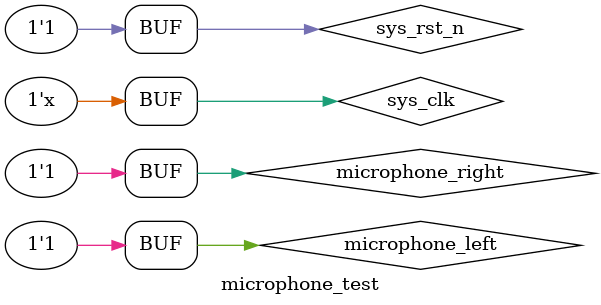
<source format=v>
`timescale 1ns/1ns
module microphone_test();

reg     sys_clk;
reg     sys_rst_n;

always  #10 sys_clk =  ~sys_clk;

reg     microphone_left;
reg     microphone_right;

initial
    begin
        sys_clk     =   1'b1;
        sys_rst_n   <=  1'b0;
        microphone_left    <= 1'b1;
        microphone_right    <= 1'b1;
        #100
        sys_rst_n   <=  1'b1;
        #1000
        microphone_left <= 1'b0;
        #200
        microphone_left <= 1'b1;

        #100
        microphone_left <= 1'b0;
        #150
        microphone_left <= 1'b1;

        #150
        microphone_left <= 1'b0;
        #300
        microphone_left <= 1'b1;

        #150000
        microphone_right <= 1'b0;
        #200
        microphone_right <= 1'b1;

        #100
        microphone_right <= 1'b0;
        #200
        microphone_right <= 1'b1;

        #150
        microphone_right <= 1'b0;
        #200
        microphone_right <= 1'b1;


/*         microphone_left <= 1'b0;
        #200
        microphone_left <= 1'b1;

        #100
        microphone_left <= 1'b0;
        #150
        microphone_left <= 1'b1;

        #150
        microphone_left <= 1'b0;
        #300
        microphone_left <= 1'b1; */

/*         #100
        microphone_right <= 1'b0;
        #200
        microphone_right <= 1'b1;

        #150
        microphone_right <= 1'b0;
        #200
        microphone_right <= 1'b1;

        #100000
        microphone_right <= 1'b0;
        #200
        microphone_right <= 1'b1;

        #100
        microphone_right <= 1'b0;
        #200
        microphone_right <= 1'b1;

        #150
        microphone_right <= 1'b0;
        #200
        microphone_right <= 1'b1; */

/*         #150000
        microphone_left <= 1'b0;
        #200
        microphone_left <= 1'b1;

        #100
        microphone_left <= 1'b0;
        #150
        microphone_left <= 1'b1;

        #150
        microphone_left <= 1'b0;
        #300
        microphone_left <= 1'b1;

        #150000
        microphone_left <= 1'b0;
        #200
        microphone_left <= 1'b1;

        #100
        microphone_left <= 1'b0;
        #150
        microphone_left <= 1'b1;

        #150
        microphone_left <= 1'b0;
        #300
        microphone_left <= 1'b1; */

/*         #160000
        microphone_right <= 1'b0;
        #200
        microphone_right <= 1'b1;

        #100
        microphone_right <= 1'b0;
        #200
        microphone_right <= 1'b1;

        #150
        microphone_right <= 1'b0;
        #200
        microphone_right <= 1'b1;
        #150000
        microphone_right <= 1'b0;
        #200
        microphone_right <= 1'b1; */
    end

wire    [16:0]  leftfirst_state_cnt;
wire    [16:0]  rightfirst_state_cnt;

microphone_interface microphone_interface_inst
(
    .HCLK        (sys_clk),
    .HRESETn     (sys_rst_n),

    .microphone_left (microphone_left),
    .microphone_right(microphone_right),
    
    .leftfirst_state_cnt (leftfirst_state_cnt),
    .rightfirst_state_cnt(rightfirst_state_cnt)
);


endmodule

</source>
